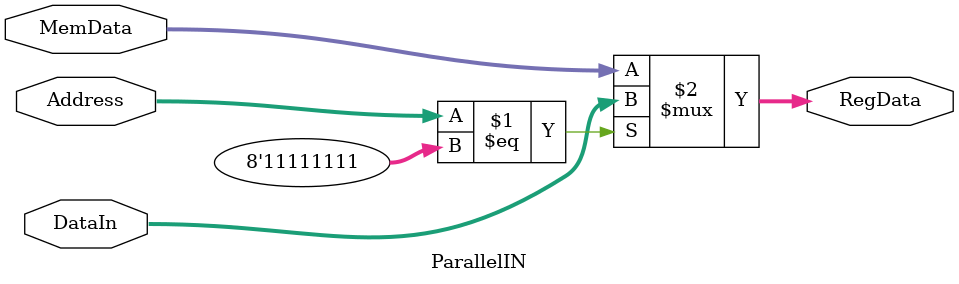
<source format=v>
module ParallelIN(input [7:0] Address, MemData, DataIn, 
                  output[7:0] RegData);
                        
	assign RegData = (Address == 8'hFF) ? DataIn : MemData;
    
endmodule 
</source>
